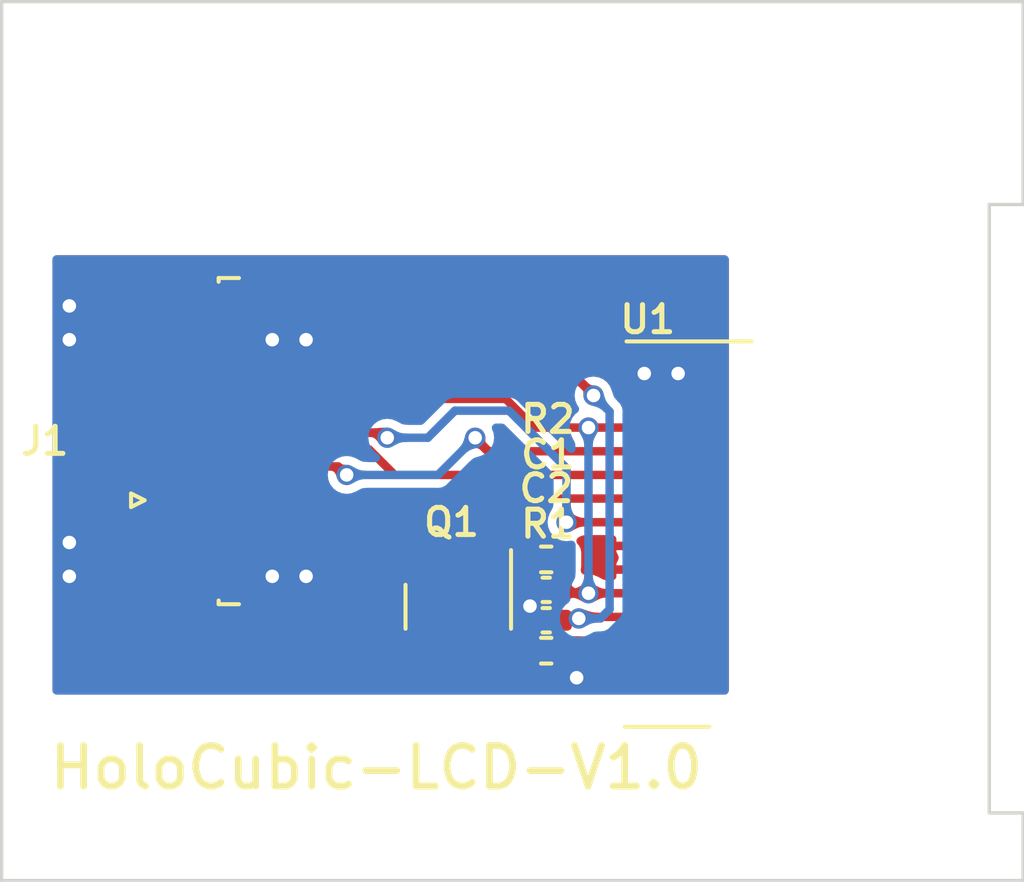
<source format=kicad_pcb>
(kicad_pcb (version 20211014) (generator pcbnew)
  (layers (0 "F.Cu" signal) (31 "B.Cu" signal) (34 "B.Paste" user) (35 "F.Paste" user) (36 "B.SilkS" user "B.Silkscreen") (37 "F.SilkS" user "F.Silkscreen") (38 "B.Mask" user) (39 "F.Mask" user) (44 "Edge.Cuts" user))
  (net 0 "")
  (net 1 "+5V")
  (net 2 "GND")
  (net 3 "/BL")
  (net 4 "Net-(R1-Pad1)")
  (net 5 "+3V3")
  (net 6 "/DC")
  (net 7 "/CS")
  (net 8 "/SCLK")
  (net 9 "/MOSI")
  (net 10 "Net-(R2-Pad1)")
  (net 11 "Net-(R1-Pad2)")
  (footprint "Connector_FFC-FPC:TE_0-1734839-8_1x08-1MP_P0.5mm_Horizontal" (layer "F.Cu") (at 131.675 98.8 90)
    (fp_text reference "J1" (at 0 -3.1 180) (layer "F.SilkS") (effects (font (size 0.8 0.8))))
    (fp_text value "Conn_01x08_MountingPin")
    (fp_line (start 4.825 2.04) (end 4.825 2.64) (layer "F.SilkS") (width 0.12))
    (fp_line (start -1.95 -0.55) (end -1.75 -0.15) (layer "F.SilkS") (width 0.12))
    (fp_line (start -1.75 -0.15) (end -1.55 -0.55) (layer "F.SilkS") (width 0.12))
    (fp_line (start -1.55 -0.55) (end -1.95 -0.55) (layer "F.SilkS") (width 0.12))
    (fp_line (start 4.715 2.04) (end 4.825 2.04) (layer "F.SilkS") (width 0.12))
    (fp_line (start -4.715 2.04) (end -4.825 2.04) (layer "F.SilkS") (width 0.12))
    (fp_line (start -4.825 2.04) (end -4.825 2.64) (layer "F.SilkS") (width 0.12))
    (pad "1" smd rect locked (at -1.75 -1.35 90) (size 0.3 1.1) (layers "F.Cu" "F.Paste" "F.Mask") (net 3 "/BL"))
    (pad "2" smd rect locked (at -1.25 -1.35 90) (size 0.3 1.1) (layers "F.Cu" "F.Paste" "F.Mask") (net 7 "/CS"))
    (pad "3" smd rect locked (at -0.75 -1.35 90) (size 0.3 1.1) (layers "F.Cu" "F.Paste" "F.Mask") (net 9 "/MOSI"))
    (pad "4" smd rect locked (at -0.25 -1.35 90) (size 0.3 1.1) (layers "F.Cu" "F.Paste" "F.Mask") (net 8 "/SCLK"))
    (pad "5" smd rect locked (at 0.25 -1.35 90) (size 0.3 1.1) (layers "F.Cu" "F.Paste" "F.Mask") (net 6 "/DC"))
    (pad "6" smd rect locked (at 0.75 -1.35 90) (size 0.3 1.1) (layers "F.Cu" "F.Paste" "F.Mask") (net 2 "GND"))
    (pad "7" smd rect locked (at 1.25 -1.35 90) (size 0.3 1.1) (layers "F.Cu" "F.Paste" "F.Mask") (net 5 "+3V3"))
    (pad "8" smd rect locked (at 1.75 -1.35 90) (size 0.3 1.1) (layers "F.Cu" "F.Paste" "F.Mask") (net 1 "+5V"))
    (pad "MP" smd rect locked (at -3.42 0.35 90) (size 2.3 3.1) (layers "F.Cu" "F.Paste" "F.Mask") (net 2 "GND"))
    (pad "MP" smd rect locked (at 3.42 0.35 90) (size 2.3 3.1) (layers "F.Cu" "F.Paste" "F.Mask") (net 2 "GND"))
  )
  (footprint "Resistor_SMD:R_0402_1005Metric" (layer "F.Cu") (at 143.4 105 180)
    (fp_text reference "R1" (at -0.05 3.75) (layer "F.SilkS") (effects (font (size 0.8 0.8))))
    (fp_text value "22R")
    (fp_line (start -0.153641 0.38) (end 0.153641 0.38) (layer "F.SilkS") (width 0.12))
    (fp_line (start -0.153641 -0.38) (end 0.153641 -0.38) (layer "F.SilkS") (width 0.12))
    (pad "1" smd roundrect (at -0.51 0 180) (size 0.54 0.64) (layers "F.Cu" "F.Paste" "F.Mask") (net 4 "Net-(R1-Pad1)"))
    (pad "2" smd roundrect (at 0.51 0 180) (size 0.54 0.64) (layers "F.Cu" "F.Paste" "F.Mask") (net 11 "Net-(R1-Pad2)"))
  )
  (footprint "Package_TO_SOT_SMD:SOT-23" (layer "F.Cu") (at 140.8 103.7 -90)
    (fp_text reference "Q1" (at -2.5 0.2 180) (layer "F.SilkS") (effects (font (size 0.8 0.8))))
    (fp_text value "S8050")
    (fp_line (start 0 1.56) (end -0.65 1.56) (layer "F.SilkS") (width 0.12))
    (fp_line (start 0 1.56) (end 0.65 1.56) (layer "F.SilkS") (width 0.12))
    (fp_line (start 0 -1.56) (end 0.65 -1.56) (layer "F.SilkS") (width 0.12))
    (fp_line (start 0 -1.56) (end -1.675 -1.56) (layer "F.SilkS") (width 0.12))
    (pad "1" smd roundrect (at -0.9375 -0.95 270) (size 1.475 0.6) (layers "F.Cu" "F.Paste" "F.Mask") (net 10 "Net-(R2-Pad1)"))
    (pad "2" smd roundrect (at -0.9375 0.95 270) (size 1.475 0.6) (layers "F.Cu" "F.Paste" "F.Mask") (net 2 "GND"))
    (pad "3" smd roundrect (at 0.9375 0 270) (size 1.475 0.6) (layers "F.Cu" "F.Paste" "F.Mask") (net 11 "Net-(R1-Pad2)"))
  )
  (footprint "Resistor_SMD:R_0402_1005Metric" (layer "F.Cu") (at 143.4 102.3)
    (fp_text reference "R2" (at 0.05 -4.15) (layer "F.SilkS") (effects (font (size 0.8 0.8))))
    (fp_text value "10K")
    (fp_line (start -0.153641 -0.38) (end 0.153641 -0.38) (layer "F.SilkS") (width 0.12))
    (fp_line (start -0.153641 0.38) (end 0.153641 0.38) (layer "F.SilkS") (width 0.12))
    (pad "1" smd roundrect (at -0.51 0) (size 0.54 0.64) (layers "F.Cu" "F.Paste" "F.Mask") (net 10 "Net-(R2-Pad1)"))
    (pad "2" smd roundrect (at 0.51 0) (size 0.54 0.64) (layers "F.Cu" "F.Paste" "F.Mask") (net 3 "/BL"))
  )
  (footprint "misc:LCD_1.3_240x240_ST7789" (layer "F.Cu") (at 146.975 105.4)
    (property "Reference" "U1")
    (property "Value" "LCD_1.3_240x240_ST7789")
    (fp_text reference "U1" (at -0.575 -10.2 unlocked) (layer "F.SilkS") (effects (font (size 0.8 0.8))))
    (fp_text value "LCD_1.3_240x240_ST7789")
    (fp_line (start -1.2 -9.55) (end 2.5 -9.55) (layer "F.SilkS") (width 0.12))
    (fp_line (start -1.25 1.85) (end 1.25 1.85) (layer "F.SilkS") (width 0.12))
    (pad "1" smd roundrect locked (at 0 0) (size 2.5 0.35) (layers "F.Cu" "F.Paste" "F.Mask") (roundrect_rratio 0) (chamfer_ratio 0.5) (chamfer top_left) (net 2 "GND"))
    (pad "2" smd roundrect locked (at 0 -0.7) (size 2.5 0.35) (layers "F.Cu" "F.Paste" "F.Mask") (net 4 "Net-(R1-Pad1)"))
    (pad "3" smd roundrect locked (at 0 -1.4) (size 2.5 0.35) (layers "F.Cu" "F.Paste" "F.Mask") (net 1 "+5V"))
    (pad "4" smd roundrect locked (at 0 -2.1) (size 2.5 0.35) (layers "F.Cu" "F.Paste" "F.Mask") (net 5 "+3V3"))
    (pad "5" smd roundrect locked (at 0 -2.8) (size 2.5 0.35) (layers "F.Cu" "F.Paste" "F.Mask") (net 2 "GND"))
    (pad "6" smd roundrect locked (at 0 -3.5) (size 2.5 0.35) (layers "F.Cu" "F.Paste" "F.Mask") (net 2 "GND"))
    (pad "7" smd roundrect locked (at 0 -4.2) (size 2.5 0.35) (layers "F.Cu" "F.Paste" "F.Mask") (net 6 "/DC"))
    (pad "8" smd roundrect locked (at 0 -4.9) (size 2.5 0.35) (layers "F.Cu" "F.Paste" "F.Mask") (net 7 "/CS"))
    (pad "9" smd roundrect locked (at 0 -5.6) (size 2.5 0.35) (layers "F.Cu" "F.Paste" "F.Mask") (net 8 "/SCLK"))
    (pad "10" smd roundrect locked (at 0 -6.3) (size 2.5 0.35) (layers "F.Cu" "F.Paste" "F.Mask") (net 9 "/MOSI"))
    (pad "11" smd roundrect locked (at 0 -7) (size 2.5 0.35) (layers "F.Cu" "F.Paste" "F.Mask") (net 5 "+3V3"))
    (pad "12" smd roundrect locked (at 0 -7.7) (size 2.5 0.35) (layers "F.Cu" "F.Paste" "F.Mask") (net 2 "GND"))
  )
  (footprint "Capacitor_SMD:C_0402_1005Metric" (layer "F.Cu") (at 143.4 104.1 180)
    (fp_text reference "C2" (at 0 3.9) (layer "F.SilkS") (effects (font (size 0.8 0.8))))
    (fp_text value "1uf")
    (fp_line (start -0.107836 -0.36) (end 0.107836 -0.36) (layer "F.SilkS") (width 0.12))
    (fp_line (start -0.107836 0.36) (end 0.107836 0.36) (layer "F.SilkS") (width 0.12))
    (pad "1" smd roundrect (at -0.48 0 180) (size 0.56 0.62) (layers "F.Cu" "F.Paste" "F.Mask") (net 1 "+5V"))
    (pad "2" smd roundrect (at 0.48 0 180) (size 0.56 0.62) (layers "F.Cu" "F.Paste" "F.Mask") (net 2 "GND"))
  )
  (footprint "Capacitor_SMD:C_0402_1005Metric" (layer "F.Cu") (at 143.4 103.2 180)
    (fp_text reference "C1" (at -0.05 4) (layer "F.SilkS") (effects (font (size 0.8 0.8))))
    (fp_text value "1uf")
    (fp_line (start -0.107836 0.36) (end 0.107836 0.36) (layer "F.SilkS") (width 0.12))
    (fp_line (start -0.107836 -0.36) (end 0.107836 -0.36) (layer "F.SilkS") (width 0.12))
    (pad "1" smd roundrect (at -0.48 0 180) (size 0.56 0.62) (layers "F.Cu" "F.Paste" "F.Mask") (net 5 "+3V3"))
    (pad "2" smd roundrect (at 0.48 0 180) (size 0.56 0.62) (layers "F.Cu" "F.Paste" "F.Mask") (net 2 "GND"))
  )
  (gr_line (start 157.5 85.8) (end 157.5 91.8) (layer "Edge.Cuts") (width 0.1))
  (gr_line (start 157.5 109.8) (end 157.5 111.8) (layer "Edge.Cuts") (width 0.1))
  (gr_line (start 156.5 91.8) (end 156.5 109.8) (layer "Edge.Cuts") (width 0.1))
  (gr_line (start 127.3 111.8) (end 157.5 111.8) (layer "Edge.Cuts") (width 0.1))
  (gr_line (start 127.3 85.8) (end 127.3 111.8) (layer "Edge.Cuts") (width 0.1))
  (gr_line (start 156.5 109.8) (end 157.5 109.8) (layer "Edge.Cuts") (width 0.1))
  (gr_line (start 157.5 85.8) (end 127.3 85.8) (layer "Edge.Cuts") (width 0.1))
  (gr_line (start 157.5 91.8) (end 156.5 91.8) (layer "Edge.Cuts") (width 0.1))
  (gr_text "HoloCubic-LCD-V1.0" (at 138.38 108.46) (layer "F.SilkS") (effects (font (size 1.2 1.2) (thickness 0.2))))
  (segment (start 143.933711 104.046289) (end 143.88 104.1) (width 0.25) (layer "F.Cu") (net 1))
  (segment (start 146.975 104) (end 144.409485 104) (width 0.25) (layer "F.Cu") (net 1))
  (segment (start 144.409485 104) (end 144.363196 104.046289) (width 0.25) (layer "F.Cu") (net 1))
  (segment (start 130.325 97.05) (end 144.4 97.05) (width 0.25) (layer "F.Cu") (net 1))
  (segment (start 144.4 97.05) (end 144.8 97.45) (width 0.25) (layer "F.Cu") (net 1))
  (segment (start 144.363196 104.046289) (end 143.933711 104.046289) (width 0.25) (layer "F.Cu") (net 1))
  (via (at 144.8 97.45) (size 0.6) (drill 0.4) (layers "F.Cu" "B.Cu") (net 1))
  (via (at 144.363196 104.046289) (size 0.6) (drill 0.4) (layers "F.Cu" "B.Cu") (net 1))
  (segment (start 145.003711 104.046289) (end 145.274511 103.775489) (width 0.25) (layer "B.Cu") (net 1))
  (segment (start 145.274511 103.775489) (end 145.274511 97.924511) (width 0.25) (layer "B.Cu") (net 1))
  (segment (start 145.274511 97.924511) (end 144.8 97.45) (width 0.25) (layer "B.Cu") (net 1))
  (segment (start 144.363196 104.046289) (end 145.003711 104.046289) (width 0.25) (layer "B.Cu") (net 1))
  (segment (start 130.325 98.05) (end 129.35 98.05) (width 0.25) (layer "F.Cu") (net 2))
  (segment (start 142.92 103.2) (end 142.92 103.68) (width 0.25) (layer "F.Cu") (net 2))
  (segment (start 142.92 103.68) (end 142.92 104.1) (width 0.25) (layer "F.Cu") (net 2))
  (via (at 146.3 96.8) (size 0.6) (drill 0.4) (layers "F.Cu" "B.Cu") (net 2))
  (via (at 142.92 103.68) (size 0.6) (drill 0.4) (layers "F.Cu" "B.Cu") (net 2))
  (via (at 135.3 95.8) (size 0.6) (drill 0.4) (layers "F.Cu" "B.Cu") (net 2))
  (via (at 147.3 96.8) (size 0.6) (drill 0.4) (layers "F.Cu" "B.Cu") (net 2))
  (via (at 136.3 102.8) (size 0.6) (drill 0.4) (layers "F.Cu" "B.Cu") (net 2))
  (via (at 136.3 95.8) (size 0.6) (drill 0.4) (layers "F.Cu" "B.Cu") (net 2))
  (via (at 144.3 105.8) (size 0.6) (drill 0.4) (layers "F.Cu" "B.Cu") (net 2))
  (via (at 129.3 102.8) (size 0.6) (drill 0.4) (layers "F.Cu" "B.Cu") (net 2))
  (via (at 129.3 101.8) (size 0.6) (drill 0.4) (layers "F.Cu" "B.Cu") (net 2))
  (via (at 135.3 102.8) (size 0.6) (drill 0.4) (layers "F.Cu" "B.Cu") (net 2))
  (via (at 129.3 94.8) (size 0.6) (drill 0.4) (layers "F.Cu" "B.Cu") (net 2))
  (via (at 129.3 95.8) (size 0.6) (drill 0.4) (layers "F.Cu" "B.Cu") (net 2))
  (segment (start 142.71 101.1) (end 143.91 102.3) (width 0.25) (layer "F.Cu") (net 3))
  (segment (start 136.9 101.1) (end 142.71 101.1) (width 0.25) (layer "F.Cu") (net 3))
  (segment (start 136.35 100.55) (end 136.9 101.1) (width 0.25) (layer "F.Cu") (net 3))
  (segment (start 130.325 100.55) (end 136.35 100.55) (width 0.25) (layer "F.Cu") (net 3))
  (segment (start 143.91 105) (end 144.21 104.7) (width 0.25) (layer "F.Cu") (net 4))
  (segment (start 144.21 104.7) (end 146.975 104.7) (width 0.25) (layer "F.Cu") (net 4))
  (segment (start 142.2 97.55) (end 143.05 98.4) (width 0.25) (layer "F.Cu") (net 5))
  (segment (start 130.325 97.55) (end 142.2 97.55) (width 0.25) (layer "F.Cu") (net 5))
  (segment (start 143.05 98.4) (end 146.975 98.4) (width 0.25) (layer "F.Cu") (net 5))
  (segment (start 144.65 103.3) (end 143.98 103.3) (width 0.25) (layer "F.Cu") (net 5))
  (segment (start 143.98 103.3) (end 143.88 103.2) (width 0.25) (layer "F.Cu") (net 5))
  (segment (start 146.975 103.3) (end 144.65 103.3) (width 0.25) (layer "F.Cu") (net 5))
  (via (at 144.65 103.3) (size 0.6) (drill 0.4) (layers "F.Cu" "B.Cu") (net 5))
  (via (at 144.65 98.4) (size 0.6) (drill 0.4) (layers "F.Cu" "B.Cu") (net 5))
  (segment (start 144.65 103.3) (end 144.65 98.4) (width 0.25) (layer "B.Cu") (net 5))
  (segment (start 146.975 101.2) (end 144 101.2) (width 0.25) (layer "F.Cu") (net 6))
  (segment (start 138.55 98.55) (end 138.7 98.7) (width 0.25) (layer "F.Cu") (net 6))
  (segment (start 130.325 98.55) (end 138.55 98.55) (width 0.25) (layer "F.Cu") (net 6))
  (via (at 144 101.2) (size 0.6) (drill 0.4) (layers "F.Cu" "B.Cu") (net 6))
  (via (at 138.7 98.7) (size 0.6) (drill 0.4) (layers "F.Cu" "B.Cu") (net 6))
  (segment (start 142.3 97.9) (end 144 99.6) (width 0.25) (layer "B.Cu") (net 6))
  (segment (start 138.7 98.7) (end 139.9 98.7) (width 0.25) (layer "B.Cu") (net 6))
  (segment (start 140.7 97.9) (end 142.3 97.9) (width 0.25) (layer "B.Cu") (net 6))
  (segment (start 139.9 98.7) (end 140.7 97.9) (width 0.25) (layer "B.Cu") (net 6))
  (segment (start 144 99.6) (end 144 101.2) (width 0.25) (layer "B.Cu") (net 6))
  (segment (start 137.2 100.5) (end 136.75 100.05) (width 0.25) (layer "F.Cu") (net 7))
  (segment (start 136.75 100.05) (end 130.325 100.05) (width 0.25) (layer "F.Cu") (net 7))
  (segment (start 146.975 100.5) (end 137.2 100.5) (width 0.25) (layer "F.Cu") (net 7))
  (segment (start 138.916807 99.8) (end 138.166807 99.05) (width 0.25) (layer "F.Cu") (net 8))
  (segment (start 146.975 99.8) (end 138.916807 99.8) (width 0.25) (layer "F.Cu") (net 8))
  (segment (start 138.166807 99.05) (end 130.325 99.05) (width 0.25) (layer "F.Cu") (net 8))
  (segment (start 130.325 99.55) (end 137.25 99.55) (width 0.25) (layer "F.Cu") (net 9))
  (segment (start 146.975 99.1) (end 141.7 99.1) (width 0.25) (layer "F.Cu") (net 9))
  (segment (start 137.25 99.55) (end 137.5 99.8) (width 0.25) (layer "F.Cu") (net 9))
  (segment (start 141.7 99.1) (end 141.3 98.7) (width 0.25) (layer "F.Cu") (net 9))
  (via (at 141.3 98.7) (size 0.6) (drill 0.4) (layers "F.Cu" "B.Cu") (net 9))
  (via (at 137.5 99.8) (size 0.6) (drill 0.4) (layers "F.Cu" "B.Cu") (net 9))
  (segment (start 140.2 99.8) (end 141.3 98.7) (width 0.25) (layer "B.Cu") (net 9))
  (segment (start 137.5 99.8) (end 140.2 99.8) (width 0.25) (layer "B.Cu") (net 9))
  (segment (start 142.2125 102.3) (end 142.89 102.3) (width 0.25) (layer "F.Cu") (net 10))
  (segment (start 141.75 102.7625) (end 142.2125 102.3) (width 0.25) (layer "F.Cu") (net 10))
  (segment (start 141.1625 105) (end 142.89 105) (width 0.25) (layer "F.Cu") (net 11))
  (segment (start 140.8 104.6375) (end 141.1625 105) (width 0.25) (layer "F.Cu") (net 11))
  (zone (net 11) (net_name "Net-(R1-Pad2)") (layer "F.Cu") (priority 16962) (connect_pads yes (clearance 0)) (min_thickness 0.0254) (fill yes (thermal_gap 0.508) (thermal_bridge_width 0.508))
    (polygon (pts (xy 141.249847 104.875) (xy 141.201008 104.869554) (xy 141.165441 104.854146) (xy 141.140853 104.830165) (xy 141.124947 104.799001) (xy 141.115431 104.762046) (xy 141.11001 104.720688) (xy 141.106389 104.676319) (xy 141.102274 104.630329) (xy 141.095371 104.584109) (xy 141.083385 104.539048) (xy 140.693934 104.531434) (xy 140.8 104.9375) (xy 140.855079 104.94275) (xy 140.900922 104.957) (xy 140.940151 104.977999) (xy 140.975389 105.0035) (xy 141.009258 105.03125) (xy 141.04438 105.059) (xy 141.083377 105.0845) (xy 141.128872 105.1055) (xy 141.183488 105.11975) (xy 141.249847 105.125)))
  )
  (zone (net 9) (net_name "/MOSI") (layer "F.Cu") (priority 16962) (connect_pads yes (clearance 0)) (min_thickness 0.0254) (fill yes (thermal_gap 0.508) (thermal_bridge_width 0.508))
    (polygon (pts (xy 137.003554 99.675) (xy 137.045899 99.677994) (xy 137.080962 99.686639) (xy 137.10972 99.700429) (xy 137.133151 99.718857) (xy 137.152233 99.741416) (xy 137.167943 99.7676) (xy 137.181258 99.796902) (xy 137.193157 99.828815) (xy 137.204617 99.862834) (xy 137.216615 99.898452) (xy 137.606066 99.906066) (xy 137.5 99.5) (xy 137.442332 99.4979) (xy 137.392595 99.4922) (xy 137.348484 99.483799) (xy 137.307692 99.4736) (xy 137.267915 99.4625) (xy 137.226846 99.4514) (xy 137.182182 99.4412) (xy 137.131615 99.4328) (xy 137.072841 99.4271) (xy 137.003554 99.425)))
  )
  (zone (net 5) (net_name "+3V3") (layer "F.Cu") (priority 16962) (connect_pads yes (clearance 0)) (min_thickness 0.0254) (fill yes (thermal_gap 0.508) (thermal_bridge_width 0.508))
    (polygon (pts (xy 146.63 98.525) (xy 146.668273 98.524874) (xy 146.702316 98.524698) (xy 146.732764 98.524772) (xy 146.760253 98.525396) (xy 146.785422 98.52687) (xy 146.808905 98.529494) (xy 146.83134 98.533569) (xy 146.853363 98.539395) (xy 146.87561 98.547272) (xy 146.89872 98.5575) (xy 147.0625 98.4) (xy 146.89872 98.2425) (xy 146.87561 98.252727) (xy 146.853363 98.260604) (xy 146.83134 98.26643) (xy 146.808905 98.270505) (xy 146.785422 98.273129) (xy 146.760253 98.274603) (xy 146.732764 98.275227) (xy 146.702316 98.275301) (xy 146.668273 98.275125) (xy 146.63 98.275)))
  )
  (zone (net 8) (net_name "/SCLK") (layer "F.Cu") (priority 16962) (connect_pads yes (clearance 0)) (min_thickness 0.0254) (fill yes (thermal_gap 0.508) (thermal_bridge_width 0.508))
    (polygon (pts (xy 146.63 99.925) (xy 146.668273 99.924874) (xy 146.702316 99.924698) (xy 146.732764 99.924772) (xy 146.760253 99.925396) (xy 146.785422 99.92687) (xy 146.808905 99.929494) (xy 146.83134 99.933569) (xy 146.853363 99.939395) (xy 146.87561 99.947272) (xy 146.89872 99.9575) (xy 147.0625 99.8) (xy 146.89872 99.6425) (xy 146.87561 99.652727) (xy 146.853363 99.660604) (xy 146.83134 99.66643) (xy 146.808905 99.670505) (xy 146.785422 99.673129) (xy 146.760253 99.674603) (xy 146.732764 99.675227) (xy 146.702316 99.675301) (xy 146.668273 99.675125) (xy 146.63 99.675)))
  )
  (zone (net 7) (net_name "/CS") (layer "F.Cu") (priority 16962) (connect_pads yes (clearance 0)) (min_thickness 0.0254) (fill yes (thermal_gap 0.508) (thermal_bridge_width 0.508))
    (polygon (pts (xy 130.615 99.925) (xy 130.582485 99.925249) (xy 130.552355 99.925841) (xy 130.524554 99.926544) (xy 130.499025 99.927125) (xy 130.47571 99.92735) (xy 130.454554 99.926987) (xy 130.4355 99.925804) (xy 130.418491 99.923566) (xy 130.403471 99.920043) (xy 130.390383 99.915) (xy 130.25 100.05) (xy 130.390383 100.185) (xy 130.403471 100.179956) (xy 130.418491 100.176433) (xy 130.4355 100.174195) (xy 130.454554 100.173012) (xy 130.47571 100.172649) (xy 130.499025 100.172874) (xy 130.524554 100.173455) (xy 130.552355 100.174158) (xy 130.582485 100.17475) (xy 130.615 100.175)))
  )
  (zone (net 8) (net_name "/SCLK") (layer "F.Cu") (priority 16962) (connect_pads yes (clearance 0)) (min_thickness 0.0254) (fill yes (thermal_gap 0.508) (thermal_bridge_width 0.508))
    (polygon (pts (xy 130.615 98.925) (xy 130.582485 98.925249) (xy 130.552355 98.925841) (xy 130.524554 98.926544) (xy 130.499025 98.927125) (xy 130.47571 98.92735) (xy 130.454554 98.926987) (xy 130.4355 98.925804) (xy 130.418491 98.923566) (xy 130.403471 98.920043) (xy 130.390383 98.915) (xy 130.25 99.05) (xy 130.390383 99.185) (xy 130.403471 99.179956) (xy 130.418491 99.176433) (xy 130.4355 99.174195) (xy 130.454554 99.173012) (xy 130.47571 99.172649) (xy 130.499025 99.172874) (xy 130.524554 99.173455) (xy 130.552355 99.174158) (xy 130.582485 99.17475) (xy 130.615 99.175)))
  )
  (zone (net 1) (net_name "+5V") (layer "F.Cu") (priority 16962) (connect_pads yes (clearance 0)) (min_thickness 0.0254) (fill yes (thermal_gap 0.508) (thermal_bridge_width 0.508))
    (polygon (pts (xy 143.968388 104.188388) (xy 143.984474 104.176268) (xy 144.001868 104.169732) (xy 144.019923 104.167859) (xy 144.037992 104.169728) (xy 144.05543 104.174419) (xy 144.071589 104.181013) (xy 144.085823 104.188588) (xy 144.097486 104.196224) (xy 144.105931 104.203002) (xy 144.110513 104.208002) (xy 144.513196 104.046289) (xy 144.110513 103.884576) (xy 144.100144 103.892225) (xy 144.081545 103.897782) (xy 144.056008 103.902452) (xy 144.024828 103.907441) (xy 143.989295 103.913955) (xy 143.950704 103.9232) (xy 143.910348 103.936382) (xy 143.869518 103.954707) (xy 143.829508 103.979382) (xy 143.791612 104.011612)))
  )
  (zone (net 5) (net_name "+3V3") (layer "F.Cu") (priority 16962) (connect_pads yes (clearance 0)) (min_thickness 0.0254) (fill yes (thermal_gap 0.508) (thermal_bridge_width 0.508))
    (polygon (pts (xy 144.43 103.175) (xy 144.376215 103.173356) (xy 144.330066 103.168406) (xy 144.29027 103.160119) (xy 144.255546 103.148463) (xy 144.224613 103.133409) (xy 144.19619 103.114924) (xy 144.168995 103.09298) (xy 144.141749 103.067544) (xy 144.113168 103.038586) (xy 144.081974 103.006077) (xy 143.748716 103.151376) (xy 143.906928 103.478702) (xy 143.966579 103.472164) (xy 144.018424 103.465161) (xy 144.06478 103.457966) (xy 144.107959 103.450849) (xy 144.150279 103.444082) (xy 144.194053 103.437936) (xy 144.241597 103.432684) (xy 144.295226 103.428596) (xy 144.357255 103.425944) (xy 144.43 103.425)))
  )
  (zone (net 2) (net_name "GND") (layers F&B.Cu) (connect_pads (clearance 0.254)) (min_thickness 0.254) (fill yes (thermal_gap 0.254) (thermal_bridge_width 0.254))
    (polygon (pts (xy 148.8 106.3) (xy 128.8 106.3) (xy 128.8 93.3) (xy 148.8 93.3)))
  )
  (zone (net 3) (net_name "/BL") (layer "F.Cu") (priority 16962) (connect_pads yes (clearance 0)) (min_thickness 0.0254) (fill yes (thermal_gap 0.508) (thermal_bridge_width 0.508))
    (polygon (pts (xy 130.615 100.425) (xy 130.582485 100.425249) (xy 130.552355 100.425841) (xy 130.524554 100.426544) (xy 130.499025 100.427125) (xy 130.47571 100.42735) (xy 130.454554 100.426987) (xy 130.4355 100.425804) (xy 130.418491 100.423566) (xy 130.403471 100.420043) (xy 130.390383 100.415) (xy 130.25 100.55) (xy 130.390383 100.685) (xy 130.403471 100.679956) (xy 130.418491 100.676433) (xy 130.4355 100.674195) (xy 130.454554 100.673012) (xy 130.47571 100.672649) (xy 130.499025 100.672874) (xy 130.524554 100.673455) (xy 130.552355 100.674158) (xy 130.582485 100.67475) (xy 130.615 100.675)))
  )
  (zone (net 4) (net_name "Net-(R1-Pad1)") (layer "F.Cu") (priority 16962) (connect_pads yes (clearance 0)) (min_thickness 0.0254) (fill yes (thermal_gap 0.508) (thermal_bridge_width 0.508))
    (polygon (pts (xy 144.325735 104.575) (xy 144.26506 104.57934) (xy 144.214641 104.59112) (xy 144.172223 104.608479) (xy 144.135553 104.62956) (xy 144.102376 104.6525) (xy 144.070438 104.67544) (xy 144.037486 104.69652) (xy 144.001265 104.71388) (xy 143.95952 104.72566) (xy 143.91 104.73) (xy 143.814541 105.095459) (xy 144.165046 105.088607) (xy 144.175395 105.052391) (xy 144.182769 105.015626) (xy 144.18876 104.979338) (xy 144.194961 104.944555) (xy 144.202964 104.912305) (xy 144.214361 104.883615) (xy 144.230744 104.859512) (xy 144.253706 104.841023) (xy 144.284838 104.829177) (xy 144.325735 104.825)))
  )
  (zone (net 5) (net_name "+3V3") (layer "F.Cu") (priority 16962) (connect_pads yes (clearance 0)) (min_thickness 0.0254) (fill yes (thermal_gap 0.508) (thermal_bridge_width 0.508))
    (polygon (pts (xy 145.24 103.175) (xy 145.173477 103.173288) (xy 145.117013 103.168268) (xy 145.068553 103.160116) (xy 145.026041 103.149005) (xy 144.987421 103.135111) (xy 144.950639 103.118608) (xy 144.913637 103.099671) (xy 144.874361 103.078474) (xy 144.830756 103.055192) (xy 144.780766 103.03) (xy 144.5 103.3) (xy 144.780766 103.57) (xy 144.830756 103.544807) (xy 144.874361 103.521525) (xy 144.913637 103.500328) (xy 144.950639 103.481391) (xy 144.987421 103.464888) (xy 145.026041 103.450994) (xy 145.068553 103.439883) (xy 145.117013 103.431731) (xy 145.173477 103.426711) (xy 145.24 103.425)))
  )
  (zone (net 9) (net_name "/MOSI") (layer "F.Cu") (priority 16962) (connect_pads yes (clearance 0)) (min_thickness 0.0254) (fill yes (thermal_gap 0.508) (thermal_bridge_width 0.508))
    (polygon (pts (xy 130.615 99.425) (xy 130.582485 99.425249) (xy 130.552355 99.425841) (xy 130.524554 99.426544) (xy 130.499025 99.427125) (xy 130.47571 99.42735) (xy 130.454554 99.426987) (xy 130.4355 99.425804) (xy 130.418491 99.423566) (xy 130.403471 99.420043) (xy 130.390383 99.415) (xy 130.25 99.55) (xy 130.390383 99.685) (xy 130.403471 99.679956) (xy 130.418491 99.676433) (xy 130.4355 99.674195) (xy 130.454554 99.673012) (xy 130.47571 99.672649) (xy 130.499025 99.672874) (xy 130.524554 99.673455) (xy 130.552355 99.674158) (xy 130.582485 99.67475) (xy 130.615 99.675)))
  )
  (zone (net 10) (net_name "Net-(R2-Pad1)") (layer "F.Cu") (priority 16962) (connect_pads yes (clearance 0)) (min_thickness 0.0254) (fill yes (thermal_gap 0.508) (thermal_bridge_width 0.508))
    (polygon (pts (xy 142.36 102.425) (xy 142.419411 102.42625) (xy 142.470144 102.429969) (xy 142.51394 102.436111) (xy 142.552536 102.444629) (xy 142.587672 102.455476) (xy 142.621086 102.468604) (xy 142.654518 102.483967) (xy 142.689706 102.501519) (xy 142.728391 102.521212) (xy 142.77231 102.543) (xy 143.025 102.3) (xy 142.77231 102.057) (xy 142.728391 102.078787) (xy 142.689706 102.09848) (xy 142.654518 102.116032) (xy 142.621086 102.131395) (xy 142.587672 102.144523) (xy 142.552536 102.15537) (xy 142.51394 102.163888) (xy 142.470144 102.17003) (xy 142.419411 102.173749) (xy 142.36 102.175)))
  )
  (zone (net 10) (net_name "Net-(R2-Pad1)") (layer "F.Cu") (priority 16962) (connect_pads yes (clearance 0)) (min_thickness 0.0254) (fill yes (thermal_gap 0.508) (thermal_bridge_width 0.508))
    (polygon (pts (xy 142.078803 102.25692) (xy 142.030554 102.302747) (xy 141.987079 102.339123) (xy 141.947048 102.367625) (xy 141.909132 102.389829) (xy 141.871999 102.407313) (xy 141.834321 102.421653) (xy 141.794766 102.434426) (xy 141.752006 102.447209) (xy 141.70471 102.46158) (xy 141.651548 102.479115) (xy 141.643934 102.868566) (xy 142.033385 102.860952) (xy 142.050919 102.807789) (xy 142.06529 102.760493) (xy 142.078073 102.717733) (xy 142.090846 102.678178) (xy 142.105186 102.6405) (xy 142.12267 102.603367) (xy 142.144874 102.565451) (xy 142.173376 102.52542) (xy 142.209752 102.481945) (xy 142.25558 102.433697)))
  )
  (zone (net 5) (net_name "+3V3") (layer "F.Cu") (priority 16962) (connect_pads yes (clearance 0)) (min_thickness 0.0254) (fill yes (thermal_gap 0.508) (thermal_bridge_width 0.508))
    (polygon (pts (xy 130.615 97.425) (xy 130.582485 97.425249) (xy 130.552355 97.425841) (xy 130.524554 97.426544) (xy 130.499025 97.427125) (xy 130.47571 97.42735) (xy 130.454554 97.426987) (xy 130.4355 97.425804) (xy 130.418491 97.423566) (xy 130.403471 97.420043) (xy 130.390383 97.415) (xy 130.25 97.55) (xy 130.390383 97.685) (xy 130.403471 97.679956) (xy 130.418491 97.676433) (xy 130.4355 97.674195) (xy 130.454554 97.673012) (xy 130.47571 97.672649) (xy 130.499025 97.672874) (xy 130.524554 97.673455) (xy 130.552355 97.674158) (xy 130.582485 97.67475) (xy 130.615 97.675)))
  )
  (zone (net 7) (net_name "/CS") (layer "F.Cu") (priority 16962) (connect_pads yes (clearance 0)) (min_thickness 0.0254) (fill yes (thermal_gap 0.508) (thermal_bridge_width 0.508))
    (polygon (pts (xy 146.63 100.625) (xy 146.668273 100.624874) (xy 146.702316 100.624698) (xy 146.732764 100.624772) (xy 146.760253 100.625396) (xy 146.785422 100.62687) (xy 146.808905 100.629494) (xy 146.83134 100.633569) (xy 146.853363 100.639395) (xy 146.87561 100.647272) (xy 146.89872 100.6575) (xy 147.0625 100.5) (xy 146.89872 100.3425) (xy 146.87561 100.352727) (xy 146.853363 100.360604) (xy 146.83134 100.36643) (xy 146.808905 100.370505) (xy 146.785422 100.373129) (xy 146.760253 100.374603) (xy 146.732764 100.375227) (xy 146.702316 100.375301) (xy 146.668273 100.375125) (xy 146.63 100.375)))
  )
  (zone (net 1) (net_name "+5V") (layer "F.Cu") (priority 16962) (connect_pads yes (clearance 0)) (min_thickness 0.0254) (fill yes (thermal_gap 0.508) (thermal_bridge_width 0.508))
    (polygon (pts (xy 144.363196 103.921289) (xy 144.312908 103.920783) (xy 144.267778 103.919198) (xy 144.227165 103.916428) (xy 144.19043 103.912367) (xy 144.156931 103.906911) (xy 144.12603 103.899954) (xy 144.097085 103.891392) (xy 144.069458 103.881119) (xy 144.042507 103.869031) (xy 144.015593 103.855022) (xy 143.742444 104.126041) (xy 144.095757 104.278461) (xy 144.112379 104.259714) (xy 144.130322 104.242432) (xy 144.149933 104.226735) (xy 144.171561 104.212743) (xy 144.195554 104.200575) (xy 144.22226 104.190351) (xy 144.25203 104.182191) (xy 144.285209 104.176214) (xy 144.322149 104.17254) (xy 144.363196 104.171289)))
  )
  (zone (net 1) (net_name "+5V") (layer "F.Cu") (priority 16962) (connect_pads yes (clearance 0)) (min_thickness 0.0254) (fill yes (thermal_gap 0.508) (thermal_bridge_width 0.508))
    (polygon (pts (xy 130.615 96.925) (xy 130.582485 96.925249) (xy 130.552355 96.925841) (xy 130.524554 96.926544) (xy 130.499025 96.927125) (xy 130.47571 96.92735) (xy 130.454554 96.926987) (xy 130.4355 96.925804) (xy 130.418491 96.923566) (xy 130.403471 96.920043) (xy 130.390383 96.915) (xy 130.25 97.05) (xy 130.390383 97.185) (xy 130.403471 97.179956) (xy 130.418491 97.176433) (xy 130.4355 97.174195) (xy 130.454554 97.173012) (xy 130.47571 97.172649) (xy 130.499025 97.172874) (xy 130.524554 97.173455) (xy 130.552355 97.174158) (xy 130.582485 97.17475) (xy 130.615 97.175)))
  )
  (zone (net 9) (net_name "/MOSI") (layer "F.Cu") (priority 16962) (connect_pads yes (clearance 0)) (min_thickness 0.0254) (fill yes (thermal_gap 0.508) (thermal_bridge_width 0.508))
    (polygon (pts (xy 141.734314 98.975) (xy 141.682626 98.968799) (xy 141.646537 98.951293) (xy 141.623246 98.924126) (xy 141.609954 98.888942) (xy 141.603861 98.847385) (xy 141.602166 98.801099) (xy 141.602071 98.751729) (xy 141.600776 98.700917) (xy 141.59548 98.650309) (xy 141.583385 98.601548) (xy 141.193934 98.593934) (xy 141.3 99) (xy 141.354799 99.0063) (xy 141.399504 99.0234) (xy 141.436953 99.048599) (xy 141.469984 99.0792) (xy 141.501434 99.1125) (xy 141.534143 99.1458) (xy 141.570947 99.1764) (xy 141.614684 99.2016) (xy 141.668194 99.2187) (xy 141.734314 99.225)))
  )
  (zone (net 9) (net_name "/MOSI") (layer "F.Cu") (priority 16962) (connect_pads yes (clearance 0)) (min_thickness 0.0254) (fill yes (thermal_gap 0.508) (thermal_bridge_width 0.508))
    (polygon (pts (xy 146.63 99.225) (xy 146.668273 99.224874) (xy 146.702316 99.224698) (xy 146.732764 99.224772) (xy 146.760253 99.225396) (xy 146.785422 99.22687) (xy 146.808905 99.229494) (xy 146.83134 99.233569) (xy 146.853363 99.239395) (xy 146.87561 99.247272) (xy 146.89872 99.2575) (xy 147.0625 99.1) (xy 146.89872 98.9425) (xy 146.87561 98.952727) (xy 146.853363 98.960604) (xy 146.83134 98.96643) (xy 146.808905 98.970505) (xy 146.785422 98.973129) (xy 146.760253 98.974603) (xy 146.732764 98.975227) (xy 146.702316 98.975301) (xy 146.668273 98.975125) (xy 146.63 98.975)))
  )
  (zone (net 11) (net_name "Net-(R1-Pad2)") (layer "F.Cu") (priority 16962) (connect_pads yes (clearance 0)) (min_thickness 0.0254) (fill yes (thermal_gap 0.508) (thermal_bridge_width 0.508))
    (polygon (pts (xy 142.36 105.125) (xy 142.419411 105.12625) (xy 142.470144 105.129969) (xy 142.51394 105.136111) (xy 142.552536 105.144629) (xy 142.587672 105.155476) (xy 142.621086 105.168604) (xy 142.654518 105.183967) (xy 142.689706 105.201519) (xy 142.728391 105.221212) (xy 142.77231 105.243) (xy 143.025 105) (xy 142.77231 104.757) (xy 142.728391 104.778787) (xy 142.689706 104.79848) (xy 142.654518 104.816032) (xy 142.621086 104.831395) (xy 142.587672 104.844523) (xy 142.552536 104.85537) (xy 142.51394 104.863888) (xy 142.470144 104.87003) (xy 142.419411 104.873749) (xy 142.36 104.875)))
  )
  (zone (net 6) (net_name "/DC") (layer "F.Cu") (priority 16962) (connect_pads yes (clearance 0)) (min_thickness 0.0254) (fill yes (thermal_gap 0.508) (thermal_bridge_width 0.508))
    (polygon (pts (xy 130.615 98.425) (xy 130.582485 98.425249) (xy 130.552355 98.425841) (xy 130.524554 98.426544) (xy 130.499025 98.427125) (xy 130.47571 98.42735) (xy 130.454554 98.426987) (xy 130.4355 98.425804) (xy 130.418491 98.423566) (xy 130.403471 98.420043) (xy 130.390383 98.415) (xy 130.25 98.55) (xy 130.390383 98.685) (xy 130.403471 98.679956) (xy 130.418491 98.676433) (xy 130.4355 98.674195) (xy 130.454554 98.673012) (xy 130.47571 98.672649) (xy 130.499025 98.672874) (xy 130.524554 98.673455) (xy 130.552355 98.674158) (xy 130.582485 98.67475) (xy 130.615 98.675)))
  )
  (zone (net 5) (net_name "+3V3") (layer "F.Cu") (priority 16962) (connect_pads yes (clearance 0)) (min_thickness 0.0254) (fill yes (thermal_gap 0.508) (thermal_bridge_width 0.508))
    (polygon (pts (xy 144.06 103.425) (xy 144.126522 103.426711) (xy 144.182986 103.431731) (xy 144.231446 103.439883) (xy 144.273958 103.450994) (xy 144.312578 103.464888) (xy 144.34936 103.481391) (xy 144.386362 103.500328) (xy 144.425638 103.521525) (xy 144.469243 103.544807) (xy 144.519234 103.57) (xy 144.8 103.3) (xy 144.519234 103.03) (xy 144.469243 103.055192) (xy 144.425638 103.078474) (xy 144.386362 103.099671) (xy 144.34936 103.118608) (xy 144.312578 103.135111) (xy 144.273958 103.149005) (xy 144.231446 103.160116) (xy 144.182986 103.168268) (xy 144.126522 103.173288) (xy 144.06 103.175)))
  )
  (zone (net 1) (net_name "+5V") (layer "F.Cu") (priority 16962) (connect_pads yes (clearance 0)) (min_thickness 0.0254) (fill yes (thermal_gap 0.508) (thermal_bridge_width 0.508))
    (polygon (pts (xy 146.63 104.125) (xy 146.668273 104.124874) (xy 146.702316 104.124698) (xy 146.732764 104.124772) (xy 146.760253 104.125396) (xy 146.785422 104.12687) (xy 146.808905 104.129494) (xy 146.83134 104.133569) (xy 146.853363 104.139395) (xy 146.87561 104.147272) (xy 146.89872 104.1575) (xy 147.0625 104) (xy 146.89872 103.8425) (xy 146.87561 103.852727) (xy 146.853363 103.860604) (xy 146.83134 103.86643) (xy 146.808905 103.870505) (xy 146.785422 103.873129) (xy 146.760253 103.874603) (xy 146.732764 103.875227) (xy 146.702316 103.875301) (xy 146.668273 103.875125) (xy 146.63 103.875)))
  )
  (zone (net 6) (net_name "/DC") (layer "F.Cu") (priority 16962) (connect_pads yes (clearance 0)) (min_thickness 0.0254) (fill yes (thermal_gap 0.508) (thermal_bridge_width 0.508))
    (polygon (pts (xy 146.63 101.325) (xy 146.668273 101.324874) (xy 146.702316 101.324698) (xy 146.732764 101.324772) (xy 146.760253 101.325396) (xy 146.785422 101.32687) (xy 146.808905 101.329494) (xy 146.83134 101.333569) (xy 146.853363 101.339395) (xy 146.87561 101.347272) (xy 146.89872 101.3575) (xy 147.0625 101.2) (xy 146.89872 101.0425) (xy 146.87561 101.052727) (xy 146.853363 101.060604) (xy 146.83134 101.06643) (xy 146.808905 101.070505) (xy 146.785422 101.073129) (xy 146.760253 101.074603) (xy 146.732764 101.075227) (xy 146.702316 101.075301) (xy 146.668273 101.075125) (xy 146.63 101.075)))
  )
  (zone (net 1) (net_name "+5V") (layer "F.Cu") (priority 16962) (connect_pads yes (clearance 0)) (min_thickness 0.0254) (fill yes (thermal_gap 0.508) (thermal_bridge_width 0.508))
    (polygon (pts (xy 144.969485 103.875) (xy 144.896265 103.873531) (xy 144.83405 103.869267) (xy 144.780506 103.862417) (xy 144.733293 103.853193) (xy 144.690077 103.841804) (xy 144.64852 103.828463) (xy 144.606285 103.813379) (xy 144.561036 103.796763) (xy 144.510435 103.778826) (xy 144.452148 103.75978) (xy 144.214881 104.068703) (xy 144.532841 104.293716) (xy 144.577614 104.262343) (xy 144.617201 104.234058) (xy 144.653455 104.208911) (xy 144.688228 104.186953) (xy 144.723372 104.168234) (xy 144.760739 104.152804) (xy 144.802182 104.140716) (xy 144.849552 104.132018) (xy 144.904702 104.126763) (xy 144.969485 104.125)))
  )
  (zone (net 5) (net_name "+3V3") (layer "F.Cu") (priority 16962) (connect_pads yes (clearance 0)) (min_thickness 0.0254) (fill yes (thermal_gap 0.508) (thermal_bridge_width 0.508))
    (polygon (pts (xy 146.63 103.425) (xy 146.668273 103.424874) (xy 146.702316 103.424698) (xy 146.732764 103.424772) (xy 146.760253 103.425396) (xy 146.785422 103.42687) (xy 146.808905 103.429494) (xy 146.83134 103.433569) (xy 146.853363 103.439395) (xy 146.87561 103.447272) (xy 146.89872 103.4575) (xy 147.0625 103.3) (xy 146.89872 103.1425) (xy 146.87561 103.152727) (xy 146.853363 103.160604) (xy 146.83134 103.16643) (xy 146.808905 103.170505) (xy 146.785422 103.173129) (xy 146.760253 103.174603) (xy 146.732764 103.175227) (xy 146.702316 103.175301) (xy 146.668273 103.175125) (xy 146.63 103.175)))
  )
  (zone (net 3) (net_name "/BL") (layer "F.Cu") (priority 16962) (connect_pads yes (clearance 0)) (min_thickness 0.0254) (fill yes (thermal_gap 0.508) (thermal_bridge_width 0.508))
    (polygon (pts (xy 143.446846 102.013623) (xy 143.487971 102.056516) (xy 143.521215 102.095021) (xy 143.54784 102.130332) (xy 143.569109 102.163646) (xy 143.586284 102.19616) (xy 143.600628 102.229071) (xy 143.613405 102.263574) (xy 143.625876 102.300867) (xy 143.639304 102.342145) (xy 143.654954 102.388607) (xy 144.005459 102.395459) (xy 143.998607 102.044954) (xy 143.952145 102.029304) (xy 143.910867 102.015876) (xy 143.873574 102.003405) (xy 143.839071 101.990628) (xy 143.80616 101.976284) (xy 143.773646 101.959109) (xy 143.740332 101.93784) (xy 143.705021 101.911215) (xy 143.666516 101.877971) (xy 143.623623 101.836846)))
  )
  (zone (net 4) (net_name "Net-(R1-Pad1)") (layer "F.Cu") (priority 16962) (connect_pads yes (clearance 0)) (min_thickness 0.0254) (fill yes (thermal_gap 0.508) (thermal_bridge_width 0.508))
    (polygon (pts (xy 146.63 104.825) (xy 146.668273 104.824874) (xy 146.702316 104.824698) (xy 146.732764 104.824772) (xy 146.760253 104.825396) (xy 146.785422 104.82687) (xy 146.808905 104.829494) (xy 146.83134 104.833569) (xy 146.853363 104.839395) (xy 146.87561 104.847272) (xy 146.89872 104.8575) (xy 147.0625 104.7) (xy 146.89872 104.5425) (xy 146.87561 104.552727) (xy 146.853363 104.560604) (xy 146.83134 104.56643) (xy 146.808905 104.570505) (xy 146.785422 104.573129) (xy 146.760253 104.574603) (xy 146.732764 104.575227) (xy 146.702316 104.575301) (xy 146.668273 104.575125) (xy 146.63 104.575)))
  )
  (zone (net 6) (net_name "/DC") (layer "F.Cu") (priority 16962) (connect_pads yes (clearance 0)) (min_thickness 0.0254) (fill yes (thermal_gap 0.508) (thermal_bridge_width 0.508))
    (polygon (pts (xy 138.14 98.675) (xy 138.191012 98.677022) (xy 138.234689 98.683051) (xy 138.272128 98.693028) (xy 138.304427 98.706895) (xy 138.332685 98.724593) (xy 138.358001 98.746065) (xy 138.381473 98.771252) (xy 138.404199 98.800096) (xy 138.427277 98.832538) (xy 138.451807 98.868522) (xy 138.829927 98.774958) (xy 138.7 98.4) (xy 138.635455 98.4007) (xy 138.57949 98.4026) (xy 138.529598 98.405399) (xy 138.483276 98.4088) (xy 138.438017 98.4125) (xy 138.391317 98.4162) (xy 138.340671 98.4196) (xy 138.283572 98.4224) (xy 138.217517 98.4243) (xy 138.14 98.425)))
  )
  (zone (net 6) (net_name "/DC") (layer "F.Cu") (priority 16962) (connect_pads yes (clearance 0)) (min_thickness 0.0254) (fill yes (thermal_gap 0.508) (thermal_bridge_width 0.508))
    (polygon (pts (xy 144.59 101.075) (xy 144.523477 101.073288) (xy 144.467013 101.068268) (xy 144.418553 101.060116) (xy 144.376041 101.049005) (xy 144.337421 101.035111) (xy 144.300639 101.018608) (xy 144.263637 100.999671) (xy 144.224361 100.978474) (xy 144.180756 100.955192) (xy 144.130766 100.93) (xy 143.85 101.2) (xy 144.130766 101.47) (xy 144.180756 101.444807) (xy 144.224361 101.421525) (xy 144.263637 101.400328) (xy 144.300639 101.381391) (xy 144.337421 101.364888) (xy 144.376041 101.350994) (xy 144.418553 101.339883) (xy 144.467013 101.331731) (xy 144.523477 101.326711) (xy 144.59 101.325)))
  )
  (zone (net 1) (net_name "+5V") (layer "F.Cu") (priority 16962) (connect_pads yes (clearance 0)) (min_thickness 0.0254) (fill yes (thermal_gap 0.508) (thermal_bridge_width 0.508))
    (polygon (pts (xy 144.365686 97.175) (xy 144.417373 97.1812) (xy 144.453462 97.198706) (xy 144.476753 97.225873) (xy 144.490045 97.261057) (xy 144.496138 97.302614) (xy 144.497833 97.3489) (xy 144.497928 97.39827) (xy 144.499223 97.449082) (xy 144.504519 97.49969) (xy 144.516615 97.548452) (xy 144.906066 97.556066) (xy 144.8 97.15) (xy 144.7452 97.1437) (xy 144.700495 97.1266) (xy 144.663046 97.101399) (xy 144.630015 97.0708) (xy 144.598565 97.0375) (xy 144.565856 97.0042) (xy 144.529052 96.9736) (xy 144.485315 96.9484) (xy 144.431805 96.9313) (xy 144.365686 96.925)))
  )
  (zone (net 5) (net_name "+3V3") (layer "B.Cu") (priority 16962) (connect_pads yes (clearance 0)) (min_thickness 0.0254) (fill yes (thermal_gap 0.508) (thermal_bridge_width 0.508))
    (polygon (pts (xy 144.525 102.71) (xy 144.523288 102.776522) (xy 144.518268 102.832986) (xy 144.510116 102.881446) (xy 144.499005 102.923958) (xy 144.485111 102.962578) (xy 144.468608 102.99936) (xy 144.449671 103.036362) (xy 144.428474 103.075638) (xy 144.405192 103.119243) (xy 144.38 103.169234) (xy 144.65 103.45) (xy 144.92 103.169234) (xy 144.894807 103.119243) (xy 144.871525 103.075638) (xy 144.850328 103.036362) (xy 144.831391 102.99936) (xy 144.814888 102.962578) (xy 144.800994 102.923958) (xy 144.789883 102.881446) (xy 144.781731 102.832986) (xy 144.776711 102.776522) (xy 144.775 102.71)))
  )
  (zone (net 6) (net_name "/DC") (layer "B.Cu") (priority 16962) (connect_pads yes (clearance 0)) (min_thickness 0.0254) (fill yes (thermal_gap 0.508) (thermal_bridge_width 0.508))
    (polygon (pts (xy 139.29 98.575) (xy 139.223477 98.573288) (xy 139.167013 98.568268) (xy 139.118553 98.560116) (xy 139.076041 98.549005) (xy 139.037421 98.535111) (xy 139.000639 98.518608) (xy 138.963637 98.499671) (xy 138.924361 98.478474) (xy 138.880756 98.455192) (xy 138.830766 98.43) (xy 138.55 98.7) (xy 138.830766 98.97) (xy 138.880756 98.944807) (xy 138.924361 98.921525) (xy 138.963637 98.900328) (xy 139.000639 98.881391) (xy 139.037421 98.864888) (xy 139.076041 98.850994) (xy 139.118553 98.839883) (xy 139.167013 98.831731) (xy 139.223477 98.826711) (xy 139.29 98.825)))
  )
  (zone (net 1) (net_name "+5V") (layer "B.Cu") (priority 16962) (connect_pads yes (clearance 0)) (min_thickness 0.0254) (fill yes (thermal_gap 0.508) (thermal_bridge_width 0.508))
    (polygon (pts (xy 145.30558 97.778803) (xy 145.259752 97.730554) (xy 145.223376 97.687079) (xy 145.194874 97.647048) (xy 145.17267 97.609132) (xy 145.155186 97.571999) (xy 145.140846 97.534321) (xy 145.128073 97.494766) (xy 145.11529 97.452006) (xy 145.100919 97.40471) (xy 145.083385 97.351548) (xy 144.693934 97.343934) (xy 144.701548 97.733385) (xy 144.75471 97.750919) (xy 144.802006 97.76529) (xy 144.844766 97.778073) (xy 144.884321 97.790846) (xy 144.921999 97.805186) (xy 144.959132 97.82267) (xy 144.997048 97.844874) (xy 145.037079 97.873376) (xy 145.080554 97.909752) (xy 145.128803 97.95558)))
  )
  (zone (net 9) (net_name "/MOSI") (layer "B.Cu") (priority 16962) (connect_pads yes (clearance 0)) (min_thickness 0.0254) (fill yes (thermal_gap 0.508) (thermal_bridge_width 0.508))
    (polygon (pts (xy 138.09 99.675) (xy 138.023477 99.673288) (xy 137.967013 99.668268) (xy 137.918553 99.660116) (xy 137.876041 99.649005) (xy 137.837421 99.635111) (xy 137.800639 99.618608) (xy 137.763637 99.599671) (xy 137.724361 99.578474) (xy 137.680756 99.555192) (xy 137.630766 99.53) (xy 137.35 99.8) (xy 137.630766 100.07) (xy 137.680756 100.044807) (xy 137.724361 100.021525) (xy 137.763637 100.000328) (xy 137.800639 99.981391) (xy 137.837421 99.964888) (xy 137.876041 99.950994) (xy 137.918553 99.939883) (xy 137.967013 99.931731) (xy 138.023477 99.926711) (xy 138.09 99.925)))
  )
  (zone (net 5) (net_name "+3V3") (layer "B.Cu") (priority 16962) (connect_pads yes (clearance 0)) (min_thickness 0.0254) (fill yes (thermal_gap 0.508) (thermal_bridge_width 0.508))
    (polygon (pts (xy 144.775 98.99) (xy 144.776711 98.923477) (xy 144.781731 98.867013) (xy 144.789883 98.818553) (xy 144.800994 98.776041) (xy 144.814888 98.737421) (xy 144.831391 98.700639) (xy 144.850328 98.663637) (xy 144.871525 98.624361) (xy 144.894807 98.580756) (xy 144.92 98.530766) (xy 144.65 98.25) (xy 144.38 98.530766) (xy 144.405192 98.580756) (xy 144.428474 98.624361) (xy 144.449671 98.663637) (xy 144.468608 98.700639) (xy 144.485111 98.737421) (xy 144.499005 98.776041) (xy 144.510116 98.818553) (xy 144.518268 98.867013) (xy 144.523288 98.923477) (xy 144.525 98.99)))
  )
  (zone (net 9) (net_name "/MOSI") (layer "B.Cu") (priority 16962) (connect_pads yes (clearance 0)) (min_thickness 0.0254) (fill yes (thermal_gap 0.508) (thermal_bridge_width 0.508))
    (polygon (pts (xy 140.971197 99.20558) (xy 141.019445 99.159752) (xy 141.06292 99.123376) (xy 141.102951 99.094874) (xy 141.140867 99.07267) (xy 141.178 99.055186) (xy 141.215678 99.040846) (xy 141.255233 99.028073) (xy 141.297993 99.01529) (xy 141.345289 99.000919) (xy 141.398452 98.983385) (xy 141.406066 98.593934) (xy 141.016615 98.601548) (xy 140.99908 98.65471) (xy 140.984709 98.702006) (xy 140.971926 98.744766) (xy 140.959153 98.784321) (xy 140.944813 98.821999) (xy 140.927329 98.859132) (xy 140.905125 98.897048) (xy 140.876623 98.937079) (xy 140.840247 98.980554) (xy 140.79442 99.028803)))
  )
  (zone (net 6) (net_name "/DC") (layer "B.Cu") (priority 16962) (connect_pads yes (clearance 0)) (min_thickness 0.0254) (fill yes (thermal_gap 0.508) (thermal_bridge_width 0.508))
    (polygon (pts (xy 143.875 100.61) (xy 143.873288 100.676522) (xy 143.868268 100.732986) (xy 143.860116 100.781446) (xy 143.849005 100.823958) (xy 143.835111 100.862578) (xy 143.818608 100.89936) (xy 143.799671 100.936362) (xy 143.778474 100.975638) (xy 143.755192 101.019243) (xy 143.73 101.069234) (xy 144 101.35) (xy 144.27 101.069234) (xy 144.244807 101.019243) (xy 144.221525 100.975638) (xy 144.200328 100.936362) (xy 144.181391 100.89936) (xy 144.164888 100.862578) (xy 144.150994 100.823958) (xy 144.139883 100.781446) (xy 144.131731 100.732986) (xy 144.126711 100.676522) (xy 144.125 100.61)))
  )
  (zone (net 1) (net_name "+5V") (layer "B.Cu") (priority 16962) (connect_pads yes (clearance 0)) (min_thickness 0.0254) (fill yes (thermal_gap 0.508) (thermal_bridge_width 0.508))
    (polygon (pts (xy 144.953196 103.921289) (xy 144.886673 103.919577) (xy 144.830209 103.914557) (xy 144.781749 103.906405) (xy 144.739237 103.895294) (xy 144.700617 103.8814) (xy 144.663835 103.864897) (xy 144.626833 103.84596) (xy 144.587557 103.824763) (xy 144.543952 103.801481) (xy 144.493962 103.776289) (xy 144.213196 104.046289) (xy 144.493962 104.316289) (xy 144.543952 104.291096) (xy 144.587557 104.267814) (xy 144.626833 104.246617) (xy 144.663835 104.22768) (xy 144.700617 104.211177) (xy 144.739237 104.197283) (xy 144.781749 104.186172) (xy 144.830209 104.17802) (xy 144.886673 104.173) (xy 144.953196 104.171289)))
  )
)
</source>
